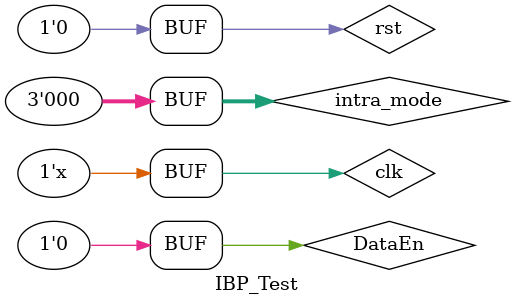
<source format=v>
`timescale 1ns / 1ps


module IBP_Test();

    parameter W = 8;
    reg clk, rst, DataEn;
    reg [2:0] intra_mode;
    reg [W-1:0] DataIn;
    wire DataOutEn;
    wire [W-1:0] DataOut1, DataOut2, DataOut3;
    // wire [W-1:0] BP_res1, BP_res2, NP_res1, NP_res2, NP_res3;
    // wire [W-1:0] IntraOut1, IntraOut2, IntraOut3;

    always #2 clk = ~clk;

    initial
    begin
        clk <= 0;
        rst <= 0;
        DataEn <= 0;
        intra_mode <= 0;
        #6
        rst <= 1;
        #8
        rst <= 0;
        #4
        DataEn <= 1;
        # 52
        intra_mode <= 1;
        # 52
        intra_mode <= 2;
        # 52
        intra_mode <= 3;
        # 52
        intra_mode <= 4;
        # 52
        intra_mode <= 5;
        # 52 
        intra_mode <= 0;
        # 52
        DataEn <= 0;
    end

    always@(posedge clk)
    begin
        if(rst == 1)
            DataIn <= 0;
        else if(DataIn < 128)
            DataIn <= DataIn + 3;
        else 
            DataIn <= 1;
    end



    IBP uut(
        .clk(clk),
        .rst(rst),
        .intra_mode(intra_mode),
        .DataEn(DataEn),
        .DataIn(DataIn),
        .DataOutEn(DataOutEn),
        .DataOut1(DataOut1),
        .DataOut2(DataOut2),
        .DataOut3(DataOut3)
    );


endmodule

</source>
